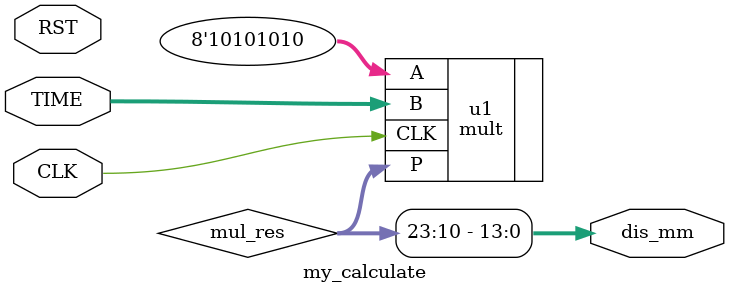
<source format=v>
`timescale 1ns / 1ps


module my_calculate(
    input CLK,
    input RST,
    input [15:0] TIME,
    output [13:0] dis_mm
    );
    wire[23:0] mul_res;
    mult u1(
                .CLK(CLK),
                .A(8'd170),
                .B(TIME),
                .P(mul_res)
                );
    assign dis_mm=mul_res[23:10];
endmodule

</source>
